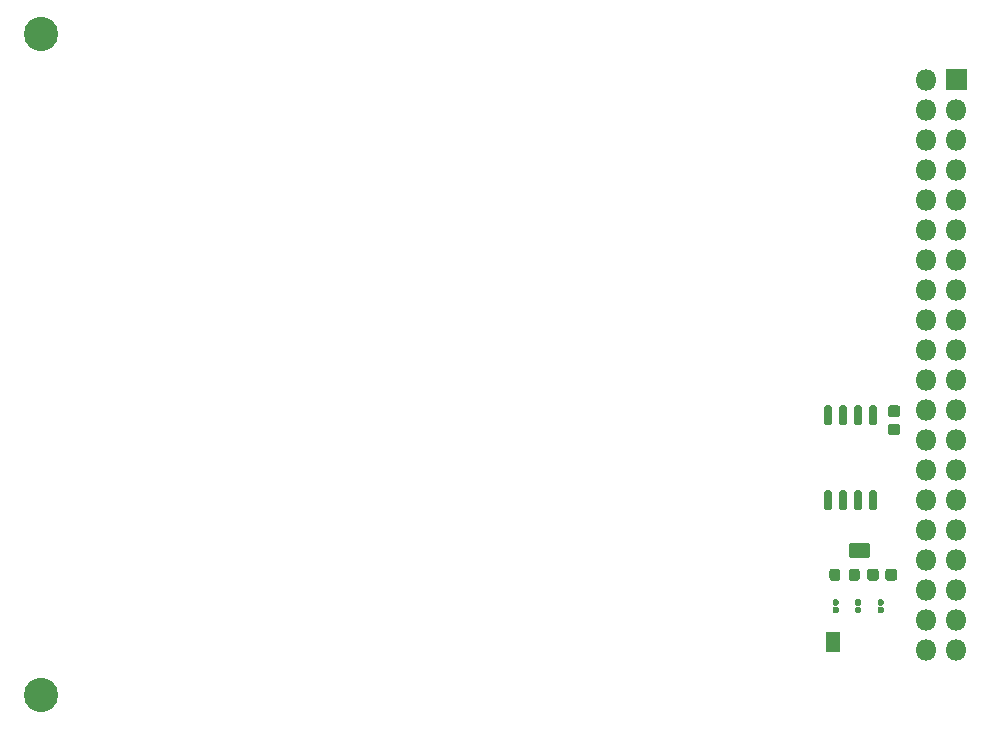
<source format=gbr>
G04 #@! TF.GenerationSoftware,KiCad,Pcbnew,5.1.7-a382d34a8~87~ubuntu18.04.1*
G04 #@! TF.CreationDate,2021-02-14T20:43:55-05:00*
G04 #@! TF.ProjectId,FLASH_MOD,464c4153-485f-44d4-9f44-2e6b69636164,0*
G04 #@! TF.SameCoordinates,Original*
G04 #@! TF.FileFunction,Soldermask,Bot*
G04 #@! TF.FilePolarity,Negative*
%FSLAX46Y46*%
G04 Gerber Fmt 4.6, Leading zero omitted, Abs format (unit mm)*
G04 Created by KiCad (PCBNEW 5.1.7-a382d34a8~87~ubuntu18.04.1) date 2021-02-14 20:43:55*
%MOMM*%
%LPD*%
G01*
G04 APERTURE LIST*
%ADD10C,2.901600*%
%ADD11O,1.801600X1.801600*%
G04 APERTURE END LIST*
G04 #@! TO.C,TP1*
G36*
G01*
X210600000Y-80450800D02*
X209000000Y-80450800D01*
G75*
G02*
X208949200Y-80400000I0J50800D01*
G01*
X208949200Y-79300000D01*
G75*
G02*
X209000000Y-79249200I50800J0D01*
G01*
X210600000Y-79249200D01*
G75*
G02*
X210650800Y-79300000I0J-50800D01*
G01*
X210650800Y-80400000D01*
G75*
G02*
X210600000Y-80450800I-50800J0D01*
G01*
G37*
G04 #@! TD*
G04 #@! TO.C,TP2*
G36*
G01*
X206949200Y-88400000D02*
X206949200Y-86800000D01*
G75*
G02*
X207000000Y-86749200I50800J0D01*
G01*
X208100000Y-86749200D01*
G75*
G02*
X208150800Y-86800000I0J-50800D01*
G01*
X208150800Y-88400000D01*
G75*
G02*
X208100000Y-88450800I-50800J0D01*
G01*
X207000000Y-88450800D01*
G75*
G02*
X206949200Y-88400000I0J50800D01*
G01*
G37*
G04 #@! TD*
D10*
G04 #@! TO.C,U101*
X140500000Y-36130000D03*
X140500000Y-92130000D03*
D11*
X215460000Y-50160000D03*
X218000000Y-52700000D03*
X215460000Y-52700000D03*
X218000000Y-55240000D03*
X215460000Y-40000000D03*
X215460000Y-42540000D03*
X218000000Y-47620000D03*
X218000000Y-42540000D03*
X218000000Y-50160000D03*
G36*
G01*
X217099200Y-40850000D02*
X217099200Y-39150000D01*
G75*
G02*
X217150000Y-39099200I50800J0D01*
G01*
X218850000Y-39099200D01*
G75*
G02*
X218900800Y-39150000I0J-50800D01*
G01*
X218900800Y-40850000D01*
G75*
G02*
X218850000Y-40900800I-50800J0D01*
G01*
X217150000Y-40900800D01*
G75*
G02*
X217099200Y-40850000I0J50800D01*
G01*
G37*
X215460000Y-47620000D03*
X218000000Y-45080000D03*
X215460000Y-45080000D03*
X215460000Y-55240000D03*
X218000000Y-57780000D03*
X215460000Y-57780000D03*
X218000000Y-60320000D03*
X215460000Y-60320000D03*
X218000000Y-62860000D03*
X215460000Y-62860000D03*
X218000000Y-65400000D03*
X215460000Y-65400000D03*
X218000000Y-67940000D03*
X215460000Y-67940000D03*
X218000000Y-70480000D03*
X215460000Y-70480000D03*
X218000000Y-73020000D03*
X215460000Y-73020000D03*
X218000000Y-75560000D03*
X215460000Y-75560000D03*
X218000000Y-78100000D03*
X215460000Y-78100000D03*
X218000000Y-80640000D03*
X215460000Y-80640000D03*
X218000000Y-83180000D03*
X215460000Y-83180000D03*
X218000000Y-85720000D03*
X215460000Y-85720000D03*
X218000000Y-88260000D03*
X215460000Y-88260000D03*
G04 #@! TD*
G04 #@! TO.C,C1*
G36*
G01*
X211983200Y-82190400D02*
X211983200Y-81639600D01*
G75*
G02*
X212233600Y-81389200I250400J0D01*
G01*
X212734400Y-81389200D01*
G75*
G02*
X212984800Y-81639600I0J-250400D01*
G01*
X212984800Y-82190400D01*
G75*
G02*
X212734400Y-82440800I-250400J0D01*
G01*
X212233600Y-82440800D01*
G75*
G02*
X211983200Y-82190400I0J250400D01*
G01*
G37*
G36*
G01*
X210433200Y-82190400D02*
X210433200Y-81639600D01*
G75*
G02*
X210683600Y-81389200I250400J0D01*
G01*
X211184400Y-81389200D01*
G75*
G02*
X211434800Y-81639600I0J-250400D01*
G01*
X211434800Y-82190400D01*
G75*
G02*
X211184400Y-82440800I-250400J0D01*
G01*
X210683600Y-82440800D01*
G75*
G02*
X210433200Y-82190400I0J250400D01*
G01*
G37*
G04 #@! TD*
G04 #@! TO.C,C2*
G36*
G01*
X212449600Y-67558200D02*
X213000400Y-67558200D01*
G75*
G02*
X213250800Y-67808600I0J-250400D01*
G01*
X213250800Y-68309400D01*
G75*
G02*
X213000400Y-68559800I-250400J0D01*
G01*
X212449600Y-68559800D01*
G75*
G02*
X212199200Y-68309400I0J250400D01*
G01*
X212199200Y-67808600D01*
G75*
G02*
X212449600Y-67558200I250400J0D01*
G01*
G37*
G36*
G01*
X212449600Y-69108200D02*
X213000400Y-69108200D01*
G75*
G02*
X213250800Y-69358600I0J-250400D01*
G01*
X213250800Y-69859400D01*
G75*
G02*
X213000400Y-70109800I-250400J0D01*
G01*
X212449600Y-70109800D01*
G75*
G02*
X212199200Y-69859400I0J250400D01*
G01*
X212199200Y-69358600D01*
G75*
G02*
X212449600Y-69108200I250400J0D01*
G01*
G37*
G04 #@! TD*
G04 #@! TO.C,JP1*
G36*
G01*
X209551600Y-83981200D02*
X209802400Y-83981200D01*
G75*
G02*
X209927800Y-84106600I0J-125400D01*
G01*
X209927800Y-84417400D01*
G75*
G02*
X209802400Y-84542800I-125400J0D01*
G01*
X209551600Y-84542800D01*
G75*
G02*
X209426200Y-84417400I0J125400D01*
G01*
X209426200Y-84106600D01*
G75*
G02*
X209551600Y-83981200I125400J0D01*
G01*
G37*
G36*
G01*
X209551600Y-84621200D02*
X209802400Y-84621200D01*
G75*
G02*
X209927800Y-84746600I0J-125400D01*
G01*
X209927800Y-85057400D01*
G75*
G02*
X209802400Y-85182800I-125400J0D01*
G01*
X209551600Y-85182800D01*
G75*
G02*
X209426200Y-85057400I0J125400D01*
G01*
X209426200Y-84746600D01*
G75*
G02*
X209551600Y-84621200I125400J0D01*
G01*
G37*
G04 #@! TD*
G04 #@! TO.C,JP2*
G36*
G01*
X211456600Y-84621200D02*
X211707400Y-84621200D01*
G75*
G02*
X211832800Y-84746600I0J-125400D01*
G01*
X211832800Y-85057400D01*
G75*
G02*
X211707400Y-85182800I-125400J0D01*
G01*
X211456600Y-85182800D01*
G75*
G02*
X211331200Y-85057400I0J125400D01*
G01*
X211331200Y-84746600D01*
G75*
G02*
X211456600Y-84621200I125400J0D01*
G01*
G37*
G36*
G01*
X211456600Y-83981200D02*
X211707400Y-83981200D01*
G75*
G02*
X211832800Y-84106600I0J-125400D01*
G01*
X211832800Y-84417400D01*
G75*
G02*
X211707400Y-84542800I-125400J0D01*
G01*
X211456600Y-84542800D01*
G75*
G02*
X211331200Y-84417400I0J125400D01*
G01*
X211331200Y-84106600D01*
G75*
G02*
X211456600Y-83981200I125400J0D01*
G01*
G37*
G04 #@! TD*
G04 #@! TO.C,JP3*
G36*
G01*
X207897400Y-85182800D02*
X207646600Y-85182800D01*
G75*
G02*
X207521200Y-85057400I0J125400D01*
G01*
X207521200Y-84746600D01*
G75*
G02*
X207646600Y-84621200I125400J0D01*
G01*
X207897400Y-84621200D01*
G75*
G02*
X208022800Y-84746600I0J-125400D01*
G01*
X208022800Y-85057400D01*
G75*
G02*
X207897400Y-85182800I-125400J0D01*
G01*
G37*
G36*
G01*
X207897400Y-84542800D02*
X207646600Y-84542800D01*
G75*
G02*
X207521200Y-84417400I0J125400D01*
G01*
X207521200Y-84106600D01*
G75*
G02*
X207646600Y-83981200I125400J0D01*
G01*
X207897400Y-83981200D01*
G75*
G02*
X208022800Y-84106600I0J-125400D01*
G01*
X208022800Y-84417400D01*
G75*
G02*
X207897400Y-84542800I-125400J0D01*
G01*
G37*
G04 #@! TD*
G04 #@! TO.C,R1*
G36*
G01*
X207258200Y-82215400D02*
X207258200Y-81614600D01*
G75*
G02*
X207483600Y-81389200I225400J0D01*
G01*
X207934400Y-81389200D01*
G75*
G02*
X208159800Y-81614600I0J-225400D01*
G01*
X208159800Y-82215400D01*
G75*
G02*
X207934400Y-82440800I-225400J0D01*
G01*
X207483600Y-82440800D01*
G75*
G02*
X207258200Y-82215400I0J225400D01*
G01*
G37*
G36*
G01*
X208908200Y-82215400D02*
X208908200Y-81614600D01*
G75*
G02*
X209133600Y-81389200I225400J0D01*
G01*
X209584400Y-81389200D01*
G75*
G02*
X209809800Y-81614600I0J-225400D01*
G01*
X209809800Y-82215400D01*
G75*
G02*
X209584400Y-82440800I-225400J0D01*
G01*
X209133600Y-82440800D01*
G75*
G02*
X208908200Y-82215400I0J225400D01*
G01*
G37*
G04 #@! TD*
G04 #@! TO.C,U1*
G36*
G01*
X211122400Y-76459800D02*
X210771600Y-76459800D01*
G75*
G02*
X210596200Y-76284400I0J175400D01*
G01*
X210596200Y-74933600D01*
G75*
G02*
X210771600Y-74758200I175400J0D01*
G01*
X211122400Y-74758200D01*
G75*
G02*
X211297800Y-74933600I0J-175400D01*
G01*
X211297800Y-76284400D01*
G75*
G02*
X211122400Y-76459800I-175400J0D01*
G01*
G37*
G36*
G01*
X209852400Y-76459800D02*
X209501600Y-76459800D01*
G75*
G02*
X209326200Y-76284400I0J175400D01*
G01*
X209326200Y-74933600D01*
G75*
G02*
X209501600Y-74758200I175400J0D01*
G01*
X209852400Y-74758200D01*
G75*
G02*
X210027800Y-74933600I0J-175400D01*
G01*
X210027800Y-76284400D01*
G75*
G02*
X209852400Y-76459800I-175400J0D01*
G01*
G37*
G36*
G01*
X208582400Y-76459800D02*
X208231600Y-76459800D01*
G75*
G02*
X208056200Y-76284400I0J175400D01*
G01*
X208056200Y-74933600D01*
G75*
G02*
X208231600Y-74758200I175400J0D01*
G01*
X208582400Y-74758200D01*
G75*
G02*
X208757800Y-74933600I0J-175400D01*
G01*
X208757800Y-76284400D01*
G75*
G02*
X208582400Y-76459800I-175400J0D01*
G01*
G37*
G36*
G01*
X207312400Y-76459800D02*
X206961600Y-76459800D01*
G75*
G02*
X206786200Y-76284400I0J175400D01*
G01*
X206786200Y-74933600D01*
G75*
G02*
X206961600Y-74758200I175400J0D01*
G01*
X207312400Y-74758200D01*
G75*
G02*
X207487800Y-74933600I0J-175400D01*
G01*
X207487800Y-76284400D01*
G75*
G02*
X207312400Y-76459800I-175400J0D01*
G01*
G37*
G36*
G01*
X207312400Y-69259800D02*
X206961600Y-69259800D01*
G75*
G02*
X206786200Y-69084400I0J175400D01*
G01*
X206786200Y-67733600D01*
G75*
G02*
X206961600Y-67558200I175400J0D01*
G01*
X207312400Y-67558200D01*
G75*
G02*
X207487800Y-67733600I0J-175400D01*
G01*
X207487800Y-69084400D01*
G75*
G02*
X207312400Y-69259800I-175400J0D01*
G01*
G37*
G36*
G01*
X208582400Y-69259800D02*
X208231600Y-69259800D01*
G75*
G02*
X208056200Y-69084400I0J175400D01*
G01*
X208056200Y-67733600D01*
G75*
G02*
X208231600Y-67558200I175400J0D01*
G01*
X208582400Y-67558200D01*
G75*
G02*
X208757800Y-67733600I0J-175400D01*
G01*
X208757800Y-69084400D01*
G75*
G02*
X208582400Y-69259800I-175400J0D01*
G01*
G37*
G36*
G01*
X209852400Y-69259800D02*
X209501600Y-69259800D01*
G75*
G02*
X209326200Y-69084400I0J175400D01*
G01*
X209326200Y-67733600D01*
G75*
G02*
X209501600Y-67558200I175400J0D01*
G01*
X209852400Y-67558200D01*
G75*
G02*
X210027800Y-67733600I0J-175400D01*
G01*
X210027800Y-69084400D01*
G75*
G02*
X209852400Y-69259800I-175400J0D01*
G01*
G37*
G36*
G01*
X211122400Y-69259800D02*
X210771600Y-69259800D01*
G75*
G02*
X210596200Y-69084400I0J175400D01*
G01*
X210596200Y-67733600D01*
G75*
G02*
X210771600Y-67558200I175400J0D01*
G01*
X211122400Y-67558200D01*
G75*
G02*
X211297800Y-67733600I0J-175400D01*
G01*
X211297800Y-69084400D01*
G75*
G02*
X211122400Y-69259800I-175400J0D01*
G01*
G37*
G04 #@! TD*
M02*

</source>
